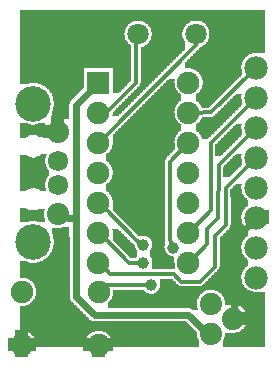
<source format=gbl>
G04 MADE WITH FRITZING*
G04 WWW.FRITZING.ORG*
G04 DOUBLE SIDED*
G04 HOLES PLATED*
G04 CONTOUR ON CENTER OF CONTOUR VECTOR*
%ASAXBY*%
%FSLAX23Y23*%
%MOIN*%
%OFA0B0*%
%SFA1.0B1.0*%
%ADD10C,0.075000*%
%ADD11C,0.039370*%
%ADD12C,0.073701*%
%ADD13C,0.067716*%
%ADD14C,0.118425*%
%ADD15C,0.074000*%
%ADD16C,0.078000*%
%ADD17C,0.070925*%
%ADD18C,0.070866*%
%ADD19R,0.075000X0.075000*%
%ADD20C,0.012000*%
%ADD21C,0.024000*%
%ADD22R,0.001000X0.001000*%
%LNCOPPER0*%
G90*
G70*
G54D10*
X744Y1105D03*
X462Y792D03*
X150Y247D03*
X301Y48D03*
X45Y48D03*
X301Y225D03*
X45Y225D03*
G54D11*
X450Y323D03*
X550Y373D03*
X475Y248D03*
G54D12*
X165Y760D03*
G54D13*
X165Y661D03*
X165Y582D03*
G54D12*
X165Y484D03*
G54D14*
X83Y852D03*
X83Y392D03*
G54D15*
X675Y86D03*
X750Y136D03*
X675Y186D03*
G54D11*
X450Y383D03*
G54D16*
X825Y273D03*
X825Y373D03*
X825Y473D03*
X825Y573D03*
X825Y673D03*
X825Y773D03*
X825Y873D03*
X825Y973D03*
G54D10*
X300Y923D03*
X600Y923D03*
X300Y823D03*
X600Y823D03*
X300Y723D03*
X600Y723D03*
X300Y623D03*
X600Y623D03*
X300Y523D03*
X600Y523D03*
X300Y423D03*
X600Y423D03*
X300Y323D03*
X600Y323D03*
G54D17*
X432Y1084D03*
G54D18*
X625Y1084D03*
G54D19*
X300Y923D03*
G54D20*
X401Y323D02*
X317Y407D01*
D02*
X437Y323D02*
X401Y323D01*
D02*
X538Y398D02*
X544Y385D01*
D02*
X538Y660D02*
X538Y398D01*
D02*
X584Y707D02*
X538Y660D01*
D02*
X462Y248D02*
X325Y248D01*
D02*
X325Y248D02*
X318Y241D01*
G54D21*
D02*
X200Y473D02*
X193Y475D01*
D02*
X651Y98D02*
X600Y148D01*
D02*
X600Y148D02*
X287Y148D01*
D02*
X651Y98D02*
X651Y98D01*
D02*
X225Y473D02*
X200Y473D01*
D02*
X225Y210D02*
X225Y473D01*
D02*
X287Y148D02*
X225Y210D01*
D02*
X225Y848D02*
X280Y903D01*
D02*
X225Y473D02*
X225Y848D01*
D02*
X751Y173D02*
X751Y163D01*
D02*
X751Y398D02*
X751Y173D01*
D02*
X804Y452D02*
X751Y398D01*
G54D20*
D02*
X663Y436D02*
X663Y386D01*
D02*
X663Y386D02*
X617Y339D01*
D02*
X700Y473D02*
X663Y436D01*
D02*
X701Y649D02*
X700Y473D01*
D02*
X808Y756D02*
X701Y649D01*
D02*
X688Y411D02*
X688Y310D01*
D02*
X688Y310D02*
X638Y260D01*
D02*
X338Y285D02*
X317Y307D01*
D02*
X551Y285D02*
X338Y285D01*
D02*
X575Y260D02*
X551Y285D01*
D02*
X638Y260D02*
X575Y260D01*
D02*
X725Y448D02*
X688Y411D01*
D02*
X725Y573D02*
X725Y448D01*
D02*
X808Y656D02*
X725Y573D01*
D02*
X425Y398D02*
X439Y390D01*
D02*
X317Y507D02*
X425Y398D01*
D02*
X675Y498D02*
X617Y439D01*
D02*
X675Y723D02*
X675Y498D01*
D02*
X808Y856D02*
X675Y723D01*
D02*
X675Y824D02*
X808Y956D01*
D02*
X623Y823D02*
X675Y824D01*
D02*
X425Y923D02*
X425Y1048D01*
D02*
X425Y1048D02*
X428Y1063D01*
D02*
X323Y823D02*
X326Y823D01*
D02*
X326Y823D02*
X425Y923D01*
D02*
X625Y1049D02*
X625Y1063D01*
D02*
X317Y739D02*
X625Y1049D01*
G36*
X40Y1165D02*
X40Y1131D01*
X626Y1131D01*
X626Y1129D01*
X638Y1129D01*
X638Y1127D01*
X644Y1127D01*
X644Y1125D01*
X648Y1125D01*
X648Y1123D01*
X650Y1123D01*
X650Y1121D01*
X654Y1121D01*
X654Y1119D01*
X656Y1119D01*
X656Y1117D01*
X658Y1117D01*
X658Y1115D01*
X660Y1115D01*
X660Y1113D01*
X662Y1113D01*
X662Y1109D01*
X664Y1109D01*
X664Y1107D01*
X666Y1107D01*
X666Y1103D01*
X668Y1103D01*
X668Y1097D01*
X670Y1097D01*
X670Y1073D01*
X668Y1073D01*
X668Y1067D01*
X666Y1067D01*
X666Y1063D01*
X664Y1063D01*
X664Y1059D01*
X662Y1059D01*
X662Y1057D01*
X660Y1057D01*
X660Y1055D01*
X658Y1055D01*
X658Y1053D01*
X656Y1053D01*
X656Y1051D01*
X654Y1051D01*
X654Y1049D01*
X652Y1049D01*
X652Y1047D01*
X648Y1047D01*
X648Y1045D01*
X646Y1045D01*
X646Y1043D01*
X640Y1043D01*
X640Y1041D01*
X638Y1041D01*
X638Y1039D01*
X636Y1039D01*
X636Y1035D01*
X634Y1035D01*
X634Y1033D01*
X632Y1033D01*
X632Y1031D01*
X630Y1031D01*
X630Y1029D01*
X628Y1029D01*
X628Y1027D01*
X626Y1027D01*
X626Y1025D01*
X624Y1025D01*
X624Y1023D01*
X830Y1023D01*
X830Y1021D01*
X856Y1021D01*
X856Y1165D01*
X40Y1165D01*
G37*
D02*
G36*
X40Y1131D02*
X40Y1129D01*
X444Y1129D01*
X444Y1127D01*
X450Y1127D01*
X450Y1125D01*
X454Y1125D01*
X454Y1123D01*
X458Y1123D01*
X458Y1121D01*
X460Y1121D01*
X460Y1119D01*
X462Y1119D01*
X462Y1117D01*
X464Y1117D01*
X464Y1115D01*
X466Y1115D01*
X466Y1113D01*
X468Y1113D01*
X468Y1111D01*
X470Y1111D01*
X470Y1107D01*
X472Y1107D01*
X472Y1105D01*
X474Y1105D01*
X474Y1099D01*
X476Y1099D01*
X476Y1091D01*
X478Y1091D01*
X478Y1077D01*
X476Y1077D01*
X476Y1069D01*
X474Y1069D01*
X474Y1065D01*
X472Y1065D01*
X472Y1061D01*
X470Y1061D01*
X470Y1059D01*
X468Y1059D01*
X468Y1055D01*
X466Y1055D01*
X466Y1053D01*
X464Y1053D01*
X464Y1051D01*
X462Y1051D01*
X462Y1049D01*
X458Y1049D01*
X458Y1047D01*
X456Y1047D01*
X456Y1045D01*
X452Y1045D01*
X452Y1043D01*
X448Y1043D01*
X448Y1041D01*
X442Y1041D01*
X442Y923D01*
X440Y923D01*
X440Y915D01*
X438Y915D01*
X438Y913D01*
X436Y913D01*
X436Y911D01*
X434Y911D01*
X434Y909D01*
X432Y909D01*
X432Y907D01*
X430Y907D01*
X430Y905D01*
X428Y905D01*
X428Y903D01*
X426Y903D01*
X426Y901D01*
X424Y901D01*
X424Y899D01*
X422Y899D01*
X422Y897D01*
X420Y897D01*
X420Y895D01*
X418Y895D01*
X418Y893D01*
X416Y893D01*
X416Y891D01*
X414Y891D01*
X414Y889D01*
X412Y889D01*
X412Y887D01*
X410Y887D01*
X410Y885D01*
X408Y885D01*
X408Y883D01*
X406Y883D01*
X406Y881D01*
X404Y881D01*
X404Y879D01*
X402Y879D01*
X402Y877D01*
X400Y877D01*
X400Y875D01*
X398Y875D01*
X398Y873D01*
X396Y873D01*
X396Y871D01*
X394Y871D01*
X394Y869D01*
X392Y869D01*
X392Y867D01*
X390Y867D01*
X390Y865D01*
X388Y865D01*
X388Y863D01*
X386Y863D01*
X386Y861D01*
X384Y861D01*
X384Y859D01*
X382Y859D01*
X382Y857D01*
X380Y857D01*
X380Y855D01*
X378Y855D01*
X378Y853D01*
X376Y853D01*
X376Y851D01*
X374Y851D01*
X374Y849D01*
X372Y849D01*
X372Y847D01*
X370Y847D01*
X370Y845D01*
X368Y845D01*
X368Y843D01*
X366Y843D01*
X366Y841D01*
X364Y841D01*
X364Y839D01*
X362Y839D01*
X362Y837D01*
X360Y837D01*
X360Y835D01*
X358Y835D01*
X358Y833D01*
X356Y833D01*
X356Y831D01*
X354Y831D01*
X354Y827D01*
X352Y827D01*
X352Y825D01*
X350Y825D01*
X350Y823D01*
X348Y823D01*
X348Y815D01*
X346Y815D01*
X346Y811D01*
X366Y811D01*
X366Y813D01*
X368Y813D01*
X368Y815D01*
X370Y815D01*
X370Y817D01*
X372Y817D01*
X372Y819D01*
X374Y819D01*
X374Y821D01*
X376Y821D01*
X376Y823D01*
X378Y823D01*
X378Y825D01*
X380Y825D01*
X380Y827D01*
X382Y827D01*
X382Y829D01*
X384Y829D01*
X384Y831D01*
X386Y831D01*
X386Y833D01*
X388Y833D01*
X388Y835D01*
X390Y835D01*
X390Y837D01*
X392Y837D01*
X392Y839D01*
X394Y839D01*
X394Y841D01*
X396Y841D01*
X396Y843D01*
X398Y843D01*
X398Y845D01*
X400Y845D01*
X400Y847D01*
X402Y847D01*
X402Y849D01*
X404Y849D01*
X404Y851D01*
X406Y851D01*
X406Y853D01*
X408Y853D01*
X408Y855D01*
X410Y855D01*
X410Y857D01*
X412Y857D01*
X412Y859D01*
X414Y859D01*
X414Y861D01*
X416Y861D01*
X416Y863D01*
X418Y863D01*
X418Y865D01*
X420Y865D01*
X420Y867D01*
X422Y867D01*
X422Y869D01*
X424Y869D01*
X424Y871D01*
X426Y871D01*
X426Y873D01*
X428Y873D01*
X428Y875D01*
X430Y875D01*
X430Y877D01*
X432Y877D01*
X432Y879D01*
X434Y879D01*
X434Y881D01*
X436Y881D01*
X436Y883D01*
X438Y883D01*
X438Y885D01*
X440Y885D01*
X440Y887D01*
X442Y887D01*
X442Y889D01*
X444Y889D01*
X444Y891D01*
X446Y891D01*
X446Y893D01*
X448Y893D01*
X448Y895D01*
X450Y895D01*
X450Y897D01*
X452Y897D01*
X452Y899D01*
X454Y899D01*
X454Y901D01*
X456Y901D01*
X456Y903D01*
X458Y903D01*
X458Y905D01*
X460Y905D01*
X460Y907D01*
X462Y907D01*
X462Y909D01*
X464Y909D01*
X464Y911D01*
X466Y911D01*
X466Y913D01*
X468Y913D01*
X468Y915D01*
X470Y915D01*
X470Y917D01*
X472Y917D01*
X472Y919D01*
X474Y919D01*
X474Y921D01*
X476Y921D01*
X476Y923D01*
X478Y923D01*
X478Y925D01*
X480Y925D01*
X480Y927D01*
X482Y927D01*
X482Y929D01*
X484Y929D01*
X484Y931D01*
X486Y931D01*
X486Y933D01*
X488Y933D01*
X488Y935D01*
X490Y935D01*
X490Y937D01*
X492Y937D01*
X492Y939D01*
X494Y939D01*
X494Y941D01*
X496Y941D01*
X496Y943D01*
X498Y943D01*
X498Y945D01*
X500Y945D01*
X500Y947D01*
X502Y947D01*
X502Y949D01*
X504Y949D01*
X504Y951D01*
X506Y951D01*
X506Y953D01*
X508Y953D01*
X508Y955D01*
X510Y955D01*
X510Y957D01*
X512Y957D01*
X512Y959D01*
X514Y959D01*
X514Y961D01*
X516Y961D01*
X516Y963D01*
X518Y963D01*
X518Y965D01*
X520Y965D01*
X520Y967D01*
X522Y967D01*
X522Y969D01*
X524Y969D01*
X524Y971D01*
X526Y971D01*
X526Y973D01*
X528Y973D01*
X528Y975D01*
X530Y975D01*
X530Y977D01*
X532Y977D01*
X532Y979D01*
X534Y979D01*
X534Y981D01*
X536Y981D01*
X536Y983D01*
X538Y983D01*
X538Y985D01*
X540Y985D01*
X540Y987D01*
X542Y987D01*
X542Y989D01*
X544Y989D01*
X544Y991D01*
X546Y991D01*
X546Y993D01*
X548Y993D01*
X548Y995D01*
X550Y995D01*
X550Y997D01*
X552Y997D01*
X552Y999D01*
X554Y999D01*
X554Y1001D01*
X556Y1001D01*
X556Y1003D01*
X558Y1003D01*
X558Y1005D01*
X560Y1005D01*
X560Y1007D01*
X562Y1007D01*
X562Y1009D01*
X564Y1009D01*
X564Y1011D01*
X566Y1011D01*
X566Y1013D01*
X568Y1013D01*
X568Y1015D01*
X570Y1015D01*
X570Y1017D01*
X572Y1017D01*
X572Y1019D01*
X574Y1019D01*
X574Y1021D01*
X576Y1021D01*
X576Y1023D01*
X578Y1023D01*
X578Y1025D01*
X580Y1025D01*
X580Y1027D01*
X582Y1027D01*
X582Y1029D01*
X584Y1029D01*
X584Y1031D01*
X586Y1031D01*
X586Y1033D01*
X588Y1033D01*
X588Y1035D01*
X590Y1035D01*
X590Y1057D01*
X588Y1057D01*
X588Y1061D01*
X586Y1061D01*
X586Y1065D01*
X584Y1065D01*
X584Y1069D01*
X582Y1069D01*
X582Y1075D01*
X580Y1075D01*
X580Y1093D01*
X582Y1093D01*
X582Y1101D01*
X584Y1101D01*
X584Y1105D01*
X586Y1105D01*
X586Y1109D01*
X588Y1109D01*
X588Y1111D01*
X590Y1111D01*
X590Y1113D01*
X592Y1113D01*
X592Y1117D01*
X594Y1117D01*
X594Y1119D01*
X598Y1119D01*
X598Y1121D01*
X600Y1121D01*
X600Y1123D01*
X604Y1123D01*
X604Y1125D01*
X606Y1125D01*
X606Y1127D01*
X612Y1127D01*
X612Y1129D01*
X624Y1129D01*
X624Y1131D01*
X40Y1131D01*
G37*
D02*
G36*
X40Y1129D02*
X40Y971D01*
X348Y971D01*
X348Y887D01*
X368Y887D01*
X368Y889D01*
X370Y889D01*
X370Y891D01*
X372Y891D01*
X372Y893D01*
X374Y893D01*
X374Y895D01*
X376Y895D01*
X376Y897D01*
X378Y897D01*
X378Y899D01*
X380Y899D01*
X380Y901D01*
X382Y901D01*
X382Y903D01*
X384Y903D01*
X384Y905D01*
X386Y905D01*
X386Y907D01*
X388Y907D01*
X388Y909D01*
X390Y909D01*
X390Y911D01*
X392Y911D01*
X392Y913D01*
X394Y913D01*
X394Y915D01*
X396Y915D01*
X396Y917D01*
X398Y917D01*
X398Y919D01*
X400Y919D01*
X400Y923D01*
X402Y923D01*
X402Y925D01*
X404Y925D01*
X404Y927D01*
X406Y927D01*
X406Y929D01*
X408Y929D01*
X408Y931D01*
X410Y931D01*
X410Y1045D01*
X408Y1045D01*
X408Y1047D01*
X406Y1047D01*
X406Y1049D01*
X404Y1049D01*
X404Y1051D01*
X400Y1051D01*
X400Y1053D01*
X398Y1053D01*
X398Y1057D01*
X396Y1057D01*
X396Y1059D01*
X394Y1059D01*
X394Y1063D01*
X392Y1063D01*
X392Y1065D01*
X390Y1065D01*
X390Y1071D01*
X388Y1071D01*
X388Y1081D01*
X386Y1081D01*
X386Y1087D01*
X388Y1087D01*
X388Y1097D01*
X390Y1097D01*
X390Y1103D01*
X392Y1103D01*
X392Y1107D01*
X394Y1107D01*
X394Y1111D01*
X396Y1111D01*
X396Y1113D01*
X398Y1113D01*
X398Y1115D01*
X400Y1115D01*
X400Y1117D01*
X402Y1117D01*
X402Y1119D01*
X404Y1119D01*
X404Y1121D01*
X406Y1121D01*
X406Y1123D01*
X410Y1123D01*
X410Y1125D01*
X414Y1125D01*
X414Y1127D01*
X420Y1127D01*
X420Y1129D01*
X40Y1129D01*
G37*
D02*
G36*
X622Y1023D02*
X622Y1021D01*
X620Y1021D01*
X620Y1019D01*
X618Y1019D01*
X618Y1017D01*
X616Y1017D01*
X616Y1015D01*
X614Y1015D01*
X614Y1013D01*
X612Y1013D01*
X612Y1011D01*
X610Y1011D01*
X610Y1009D01*
X608Y1009D01*
X608Y1007D01*
X606Y1007D01*
X606Y1005D01*
X604Y1005D01*
X604Y1003D01*
X602Y1003D01*
X602Y1001D01*
X600Y1001D01*
X600Y999D01*
X598Y999D01*
X598Y997D01*
X596Y997D01*
X596Y995D01*
X594Y995D01*
X594Y993D01*
X592Y993D01*
X592Y991D01*
X590Y991D01*
X590Y989D01*
X588Y989D01*
X588Y971D01*
X608Y971D01*
X608Y969D01*
X616Y969D01*
X616Y967D01*
X620Y967D01*
X620Y965D01*
X624Y965D01*
X624Y963D01*
X628Y963D01*
X628Y961D01*
X630Y961D01*
X630Y959D01*
X632Y959D01*
X632Y957D01*
X634Y957D01*
X634Y955D01*
X636Y955D01*
X636Y953D01*
X638Y953D01*
X638Y951D01*
X640Y951D01*
X640Y947D01*
X642Y947D01*
X642Y943D01*
X644Y943D01*
X644Y939D01*
X646Y939D01*
X646Y931D01*
X648Y931D01*
X648Y915D01*
X646Y915D01*
X646Y907D01*
X644Y907D01*
X644Y903D01*
X642Y903D01*
X642Y899D01*
X640Y899D01*
X640Y897D01*
X638Y897D01*
X638Y893D01*
X636Y893D01*
X636Y891D01*
X634Y891D01*
X634Y889D01*
X632Y889D01*
X632Y887D01*
X630Y887D01*
X630Y885D01*
X626Y885D01*
X626Y883D01*
X624Y883D01*
X624Y863D01*
X628Y863D01*
X628Y861D01*
X630Y861D01*
X630Y859D01*
X632Y859D01*
X632Y857D01*
X634Y857D01*
X634Y855D01*
X636Y855D01*
X636Y853D01*
X638Y853D01*
X638Y851D01*
X640Y851D01*
X640Y847D01*
X642Y847D01*
X642Y843D01*
X644Y843D01*
X644Y839D01*
X668Y839D01*
X668Y841D01*
X670Y841D01*
X670Y843D01*
X672Y843D01*
X672Y845D01*
X674Y845D01*
X674Y847D01*
X676Y847D01*
X676Y849D01*
X678Y849D01*
X678Y851D01*
X680Y851D01*
X680Y853D01*
X682Y853D01*
X682Y855D01*
X684Y855D01*
X684Y857D01*
X686Y857D01*
X686Y859D01*
X688Y859D01*
X688Y861D01*
X690Y861D01*
X690Y863D01*
X692Y863D01*
X692Y865D01*
X694Y865D01*
X694Y867D01*
X696Y867D01*
X696Y869D01*
X698Y869D01*
X698Y871D01*
X700Y871D01*
X700Y873D01*
X702Y873D01*
X702Y875D01*
X704Y875D01*
X704Y877D01*
X706Y877D01*
X706Y879D01*
X708Y879D01*
X708Y881D01*
X710Y881D01*
X710Y883D01*
X712Y883D01*
X712Y885D01*
X714Y885D01*
X714Y887D01*
X716Y887D01*
X716Y889D01*
X718Y889D01*
X718Y891D01*
X720Y891D01*
X720Y893D01*
X722Y893D01*
X722Y895D01*
X724Y895D01*
X724Y897D01*
X726Y897D01*
X726Y899D01*
X728Y899D01*
X728Y901D01*
X730Y901D01*
X730Y903D01*
X732Y903D01*
X732Y905D01*
X734Y905D01*
X734Y907D01*
X736Y907D01*
X736Y909D01*
X738Y909D01*
X738Y911D01*
X740Y911D01*
X740Y913D01*
X742Y913D01*
X742Y915D01*
X744Y915D01*
X744Y917D01*
X746Y917D01*
X746Y919D01*
X748Y919D01*
X748Y921D01*
X750Y921D01*
X750Y923D01*
X752Y923D01*
X752Y925D01*
X754Y925D01*
X754Y927D01*
X756Y927D01*
X756Y929D01*
X758Y929D01*
X758Y931D01*
X760Y931D01*
X760Y933D01*
X762Y933D01*
X762Y935D01*
X766Y935D01*
X766Y937D01*
X768Y937D01*
X768Y939D01*
X770Y939D01*
X770Y941D01*
X772Y941D01*
X772Y943D01*
X774Y943D01*
X774Y945D01*
X776Y945D01*
X776Y947D01*
X778Y947D01*
X778Y967D01*
X776Y967D01*
X776Y981D01*
X778Y981D01*
X778Y989D01*
X780Y989D01*
X780Y993D01*
X782Y993D01*
X782Y997D01*
X784Y997D01*
X784Y1001D01*
X786Y1001D01*
X786Y1003D01*
X788Y1003D01*
X788Y1005D01*
X790Y1005D01*
X790Y1009D01*
X794Y1009D01*
X794Y1011D01*
X796Y1011D01*
X796Y1013D01*
X798Y1013D01*
X798Y1015D01*
X802Y1015D01*
X802Y1017D01*
X806Y1017D01*
X806Y1019D01*
X812Y1019D01*
X812Y1021D01*
X820Y1021D01*
X820Y1023D01*
X622Y1023D01*
G37*
D02*
G36*
X40Y971D02*
X40Y921D01*
X98Y921D01*
X98Y919D01*
X106Y919D01*
X106Y917D01*
X110Y917D01*
X110Y915D01*
X114Y915D01*
X114Y913D01*
X118Y913D01*
X118Y911D01*
X122Y911D01*
X122Y909D01*
X124Y909D01*
X124Y907D01*
X126Y907D01*
X126Y905D01*
X128Y905D01*
X128Y903D01*
X132Y903D01*
X132Y901D01*
X134Y901D01*
X134Y897D01*
X136Y897D01*
X136Y895D01*
X138Y895D01*
X138Y893D01*
X140Y893D01*
X140Y889D01*
X142Y889D01*
X142Y887D01*
X144Y887D01*
X144Y883D01*
X146Y883D01*
X146Y877D01*
X148Y877D01*
X148Y873D01*
X150Y873D01*
X150Y863D01*
X152Y863D01*
X152Y843D01*
X150Y843D01*
X150Y833D01*
X148Y833D01*
X148Y827D01*
X146Y827D01*
X146Y823D01*
X144Y823D01*
X144Y807D01*
X174Y807D01*
X174Y805D01*
X182Y805D01*
X182Y803D01*
X202Y803D01*
X202Y851D01*
X204Y851D01*
X204Y857D01*
X206Y857D01*
X206Y861D01*
X208Y861D01*
X208Y863D01*
X210Y863D01*
X210Y865D01*
X212Y865D01*
X212Y867D01*
X214Y867D01*
X214Y869D01*
X216Y869D01*
X216Y871D01*
X218Y871D01*
X218Y873D01*
X220Y873D01*
X220Y875D01*
X222Y875D01*
X222Y877D01*
X224Y877D01*
X224Y879D01*
X226Y879D01*
X226Y881D01*
X228Y881D01*
X228Y883D01*
X230Y883D01*
X230Y885D01*
X232Y885D01*
X232Y887D01*
X234Y887D01*
X234Y889D01*
X236Y889D01*
X236Y891D01*
X238Y891D01*
X238Y893D01*
X240Y893D01*
X240Y895D01*
X242Y895D01*
X242Y897D01*
X244Y897D01*
X244Y899D01*
X246Y899D01*
X246Y901D01*
X248Y901D01*
X248Y903D01*
X250Y903D01*
X250Y905D01*
X252Y905D01*
X252Y971D01*
X40Y971D01*
G37*
D02*
G36*
X40Y921D02*
X40Y917D01*
X60Y917D01*
X60Y919D01*
X68Y919D01*
X68Y921D01*
X40Y921D01*
G37*
D02*
G36*
X534Y935D02*
X534Y933D01*
X532Y933D01*
X532Y931D01*
X530Y931D01*
X530Y929D01*
X528Y929D01*
X528Y927D01*
X526Y927D01*
X526Y925D01*
X524Y925D01*
X524Y923D01*
X522Y923D01*
X522Y921D01*
X520Y921D01*
X520Y919D01*
X518Y919D01*
X518Y917D01*
X516Y917D01*
X516Y915D01*
X514Y915D01*
X514Y913D01*
X512Y913D01*
X512Y911D01*
X510Y911D01*
X510Y909D01*
X508Y909D01*
X508Y907D01*
X506Y907D01*
X506Y905D01*
X504Y905D01*
X504Y903D01*
X502Y903D01*
X502Y901D01*
X500Y901D01*
X500Y899D01*
X498Y899D01*
X498Y897D01*
X496Y897D01*
X496Y895D01*
X494Y895D01*
X494Y893D01*
X492Y893D01*
X492Y891D01*
X490Y891D01*
X490Y889D01*
X488Y889D01*
X488Y887D01*
X486Y887D01*
X486Y885D01*
X484Y885D01*
X484Y883D01*
X482Y883D01*
X482Y881D01*
X480Y881D01*
X480Y879D01*
X478Y879D01*
X478Y877D01*
X476Y877D01*
X476Y875D01*
X474Y875D01*
X474Y873D01*
X472Y873D01*
X472Y871D01*
X470Y871D01*
X470Y869D01*
X468Y869D01*
X468Y867D01*
X466Y867D01*
X466Y865D01*
X464Y865D01*
X464Y863D01*
X462Y863D01*
X462Y861D01*
X460Y861D01*
X460Y859D01*
X458Y859D01*
X458Y857D01*
X456Y857D01*
X456Y855D01*
X454Y855D01*
X454Y853D01*
X452Y853D01*
X452Y851D01*
X450Y851D01*
X450Y849D01*
X448Y849D01*
X448Y847D01*
X446Y847D01*
X446Y845D01*
X444Y845D01*
X444Y843D01*
X442Y843D01*
X442Y841D01*
X440Y841D01*
X440Y839D01*
X438Y839D01*
X438Y837D01*
X436Y837D01*
X436Y835D01*
X434Y835D01*
X434Y833D01*
X432Y833D01*
X432Y831D01*
X430Y831D01*
X430Y829D01*
X428Y829D01*
X428Y827D01*
X426Y827D01*
X426Y825D01*
X424Y825D01*
X424Y823D01*
X422Y823D01*
X422Y821D01*
X420Y821D01*
X420Y819D01*
X418Y819D01*
X418Y817D01*
X416Y817D01*
X416Y815D01*
X414Y815D01*
X414Y813D01*
X412Y813D01*
X412Y811D01*
X410Y811D01*
X410Y809D01*
X408Y809D01*
X408Y807D01*
X406Y807D01*
X406Y805D01*
X404Y805D01*
X404Y803D01*
X402Y803D01*
X402Y801D01*
X400Y801D01*
X400Y799D01*
X398Y799D01*
X398Y797D01*
X396Y797D01*
X396Y795D01*
X394Y795D01*
X394Y793D01*
X392Y793D01*
X392Y791D01*
X390Y791D01*
X390Y789D01*
X388Y789D01*
X388Y787D01*
X386Y787D01*
X386Y785D01*
X384Y785D01*
X384Y783D01*
X382Y783D01*
X382Y781D01*
X380Y781D01*
X380Y779D01*
X378Y779D01*
X378Y777D01*
X376Y777D01*
X376Y775D01*
X374Y775D01*
X374Y773D01*
X372Y773D01*
X372Y771D01*
X370Y771D01*
X370Y769D01*
X368Y769D01*
X368Y767D01*
X366Y767D01*
X366Y765D01*
X364Y765D01*
X364Y763D01*
X362Y763D01*
X362Y761D01*
X360Y761D01*
X360Y759D01*
X358Y759D01*
X358Y757D01*
X356Y757D01*
X356Y755D01*
X354Y755D01*
X354Y753D01*
X352Y753D01*
X352Y751D01*
X350Y751D01*
X350Y749D01*
X348Y749D01*
X348Y715D01*
X346Y715D01*
X346Y707D01*
X344Y707D01*
X344Y703D01*
X342Y703D01*
X342Y699D01*
X340Y699D01*
X340Y697D01*
X338Y697D01*
X338Y693D01*
X336Y693D01*
X336Y691D01*
X334Y691D01*
X334Y689D01*
X332Y689D01*
X332Y687D01*
X330Y687D01*
X330Y685D01*
X326Y685D01*
X326Y683D01*
X324Y683D01*
X324Y663D01*
X328Y663D01*
X328Y661D01*
X330Y661D01*
X330Y659D01*
X332Y659D01*
X332Y657D01*
X334Y657D01*
X334Y655D01*
X336Y655D01*
X336Y653D01*
X338Y653D01*
X338Y651D01*
X340Y651D01*
X340Y647D01*
X342Y647D01*
X342Y643D01*
X344Y643D01*
X344Y639D01*
X346Y639D01*
X346Y631D01*
X348Y631D01*
X348Y615D01*
X346Y615D01*
X346Y607D01*
X344Y607D01*
X344Y603D01*
X342Y603D01*
X342Y599D01*
X340Y599D01*
X340Y597D01*
X338Y597D01*
X338Y593D01*
X336Y593D01*
X336Y591D01*
X334Y591D01*
X334Y589D01*
X332Y589D01*
X332Y587D01*
X330Y587D01*
X330Y585D01*
X326Y585D01*
X326Y583D01*
X324Y583D01*
X324Y563D01*
X328Y563D01*
X328Y561D01*
X330Y561D01*
X330Y559D01*
X332Y559D01*
X332Y557D01*
X334Y557D01*
X334Y555D01*
X336Y555D01*
X336Y553D01*
X338Y553D01*
X338Y551D01*
X340Y551D01*
X340Y547D01*
X342Y547D01*
X342Y543D01*
X344Y543D01*
X344Y539D01*
X346Y539D01*
X346Y531D01*
X348Y531D01*
X348Y497D01*
X350Y497D01*
X350Y495D01*
X352Y495D01*
X352Y493D01*
X354Y493D01*
X354Y491D01*
X356Y491D01*
X356Y489D01*
X358Y489D01*
X358Y487D01*
X360Y487D01*
X360Y485D01*
X362Y485D01*
X362Y483D01*
X364Y483D01*
X364Y481D01*
X366Y481D01*
X366Y479D01*
X368Y479D01*
X368Y477D01*
X370Y477D01*
X370Y475D01*
X372Y475D01*
X372Y473D01*
X374Y473D01*
X374Y471D01*
X376Y471D01*
X376Y469D01*
X378Y469D01*
X378Y467D01*
X380Y467D01*
X380Y465D01*
X382Y465D01*
X382Y463D01*
X384Y463D01*
X384Y461D01*
X386Y461D01*
X386Y459D01*
X388Y459D01*
X388Y457D01*
X390Y457D01*
X390Y455D01*
X392Y455D01*
X392Y453D01*
X394Y453D01*
X394Y451D01*
X396Y451D01*
X396Y449D01*
X398Y449D01*
X398Y447D01*
X400Y447D01*
X400Y445D01*
X402Y445D01*
X402Y443D01*
X404Y443D01*
X404Y441D01*
X406Y441D01*
X406Y439D01*
X408Y439D01*
X408Y437D01*
X410Y437D01*
X410Y435D01*
X412Y435D01*
X412Y433D01*
X414Y433D01*
X414Y431D01*
X416Y431D01*
X416Y429D01*
X418Y429D01*
X418Y427D01*
X420Y427D01*
X420Y425D01*
X422Y425D01*
X422Y423D01*
X424Y423D01*
X424Y421D01*
X426Y421D01*
X426Y419D01*
X428Y419D01*
X428Y417D01*
X430Y417D01*
X430Y415D01*
X432Y415D01*
X432Y413D01*
X456Y413D01*
X456Y411D01*
X462Y411D01*
X462Y409D01*
X466Y409D01*
X466Y407D01*
X470Y407D01*
X470Y405D01*
X472Y405D01*
X472Y403D01*
X474Y403D01*
X474Y399D01*
X476Y399D01*
X476Y395D01*
X478Y395D01*
X478Y391D01*
X480Y391D01*
X480Y377D01*
X478Y377D01*
X478Y371D01*
X476Y371D01*
X476Y367D01*
X474Y367D01*
X474Y365D01*
X472Y365D01*
X472Y343D01*
X474Y343D01*
X474Y339D01*
X476Y339D01*
X476Y337D01*
X478Y337D01*
X478Y331D01*
X480Y331D01*
X480Y301D01*
X554Y301D01*
X554Y321D01*
X552Y321D01*
X552Y343D01*
X548Y343D01*
X548Y345D01*
X538Y345D01*
X538Y347D01*
X536Y347D01*
X536Y349D01*
X532Y349D01*
X532Y351D01*
X530Y351D01*
X530Y353D01*
X528Y353D01*
X528Y355D01*
X526Y355D01*
X526Y359D01*
X524Y359D01*
X524Y361D01*
X522Y361D01*
X522Y371D01*
X520Y371D01*
X520Y377D01*
X522Y377D01*
X522Y665D01*
X524Y665D01*
X524Y669D01*
X526Y669D01*
X526Y673D01*
X528Y673D01*
X528Y675D01*
X530Y675D01*
X530Y677D01*
X532Y677D01*
X532Y679D01*
X534Y679D01*
X534Y681D01*
X536Y681D01*
X536Y683D01*
X538Y683D01*
X538Y685D01*
X540Y685D01*
X540Y687D01*
X542Y687D01*
X542Y689D01*
X544Y689D01*
X544Y691D01*
X546Y691D01*
X546Y693D01*
X548Y693D01*
X548Y695D01*
X550Y695D01*
X550Y697D01*
X552Y697D01*
X552Y699D01*
X554Y699D01*
X554Y721D01*
X552Y721D01*
X552Y727D01*
X554Y727D01*
X554Y737D01*
X556Y737D01*
X556Y743D01*
X558Y743D01*
X558Y747D01*
X560Y747D01*
X560Y749D01*
X562Y749D01*
X562Y753D01*
X564Y753D01*
X564Y755D01*
X566Y755D01*
X566Y757D01*
X568Y757D01*
X568Y759D01*
X570Y759D01*
X570Y761D01*
X574Y761D01*
X574Y763D01*
X576Y763D01*
X576Y783D01*
X574Y783D01*
X574Y785D01*
X572Y785D01*
X572Y787D01*
X568Y787D01*
X568Y789D01*
X566Y789D01*
X566Y791D01*
X564Y791D01*
X564Y795D01*
X562Y795D01*
X562Y797D01*
X560Y797D01*
X560Y801D01*
X558Y801D01*
X558Y805D01*
X556Y805D01*
X556Y811D01*
X554Y811D01*
X554Y821D01*
X552Y821D01*
X552Y827D01*
X554Y827D01*
X554Y837D01*
X556Y837D01*
X556Y843D01*
X558Y843D01*
X558Y847D01*
X560Y847D01*
X560Y849D01*
X562Y849D01*
X562Y853D01*
X564Y853D01*
X564Y855D01*
X566Y855D01*
X566Y857D01*
X568Y857D01*
X568Y859D01*
X570Y859D01*
X570Y861D01*
X574Y861D01*
X574Y863D01*
X576Y863D01*
X576Y883D01*
X574Y883D01*
X574Y885D01*
X572Y885D01*
X572Y887D01*
X568Y887D01*
X568Y889D01*
X566Y889D01*
X566Y891D01*
X564Y891D01*
X564Y895D01*
X562Y895D01*
X562Y897D01*
X560Y897D01*
X560Y901D01*
X558Y901D01*
X558Y905D01*
X556Y905D01*
X556Y911D01*
X554Y911D01*
X554Y921D01*
X552Y921D01*
X552Y927D01*
X554Y927D01*
X554Y935D01*
X534Y935D01*
G37*
D02*
G36*
X758Y885D02*
X758Y883D01*
X756Y883D01*
X756Y881D01*
X754Y881D01*
X754Y879D01*
X752Y879D01*
X752Y877D01*
X750Y877D01*
X750Y875D01*
X748Y875D01*
X748Y873D01*
X746Y873D01*
X746Y871D01*
X744Y871D01*
X744Y869D01*
X742Y869D01*
X742Y867D01*
X740Y867D01*
X740Y865D01*
X738Y865D01*
X738Y863D01*
X736Y863D01*
X736Y861D01*
X734Y861D01*
X734Y859D01*
X732Y859D01*
X732Y857D01*
X730Y857D01*
X730Y855D01*
X728Y855D01*
X728Y853D01*
X726Y853D01*
X726Y851D01*
X724Y851D01*
X724Y849D01*
X722Y849D01*
X722Y847D01*
X720Y847D01*
X720Y845D01*
X718Y845D01*
X718Y843D01*
X716Y843D01*
X716Y841D01*
X714Y841D01*
X714Y839D01*
X712Y839D01*
X712Y837D01*
X710Y837D01*
X710Y835D01*
X708Y835D01*
X708Y833D01*
X706Y833D01*
X706Y831D01*
X704Y831D01*
X704Y829D01*
X702Y829D01*
X702Y827D01*
X700Y827D01*
X700Y825D01*
X698Y825D01*
X698Y823D01*
X696Y823D01*
X696Y821D01*
X694Y821D01*
X694Y819D01*
X692Y819D01*
X692Y817D01*
X690Y817D01*
X690Y815D01*
X688Y815D01*
X688Y813D01*
X686Y813D01*
X686Y811D01*
X682Y811D01*
X682Y809D01*
X676Y809D01*
X676Y807D01*
X644Y807D01*
X644Y803D01*
X642Y803D01*
X642Y799D01*
X640Y799D01*
X640Y797D01*
X638Y797D01*
X638Y793D01*
X636Y793D01*
X636Y791D01*
X634Y791D01*
X634Y789D01*
X632Y789D01*
X632Y787D01*
X630Y787D01*
X630Y785D01*
X626Y785D01*
X626Y783D01*
X624Y783D01*
X624Y763D01*
X628Y763D01*
X628Y761D01*
X630Y761D01*
X630Y759D01*
X632Y759D01*
X632Y757D01*
X634Y757D01*
X634Y755D01*
X636Y755D01*
X636Y753D01*
X638Y753D01*
X638Y751D01*
X640Y751D01*
X640Y747D01*
X642Y747D01*
X642Y743D01*
X644Y743D01*
X644Y739D01*
X646Y739D01*
X646Y735D01*
X666Y735D01*
X666Y737D01*
X668Y737D01*
X668Y739D01*
X670Y739D01*
X670Y741D01*
X672Y741D01*
X672Y743D01*
X674Y743D01*
X674Y745D01*
X676Y745D01*
X676Y747D01*
X678Y747D01*
X678Y749D01*
X680Y749D01*
X680Y751D01*
X682Y751D01*
X682Y753D01*
X684Y753D01*
X684Y755D01*
X686Y755D01*
X686Y757D01*
X688Y757D01*
X688Y759D01*
X690Y759D01*
X690Y761D01*
X692Y761D01*
X692Y763D01*
X694Y763D01*
X694Y765D01*
X696Y765D01*
X696Y767D01*
X698Y767D01*
X698Y769D01*
X700Y769D01*
X700Y771D01*
X702Y771D01*
X702Y773D01*
X704Y773D01*
X704Y775D01*
X706Y775D01*
X706Y777D01*
X708Y777D01*
X708Y779D01*
X710Y779D01*
X710Y781D01*
X712Y781D01*
X712Y783D01*
X714Y783D01*
X714Y785D01*
X716Y785D01*
X716Y787D01*
X718Y787D01*
X718Y789D01*
X720Y789D01*
X720Y791D01*
X722Y791D01*
X722Y793D01*
X724Y793D01*
X724Y795D01*
X726Y795D01*
X726Y797D01*
X728Y797D01*
X728Y799D01*
X730Y799D01*
X730Y801D01*
X732Y801D01*
X732Y803D01*
X734Y803D01*
X734Y805D01*
X736Y805D01*
X736Y807D01*
X738Y807D01*
X738Y809D01*
X740Y809D01*
X740Y811D01*
X742Y811D01*
X742Y813D01*
X744Y813D01*
X744Y815D01*
X746Y815D01*
X746Y817D01*
X748Y817D01*
X748Y819D01*
X750Y819D01*
X750Y821D01*
X752Y821D01*
X752Y823D01*
X754Y823D01*
X754Y825D01*
X756Y825D01*
X756Y827D01*
X758Y827D01*
X758Y829D01*
X760Y829D01*
X760Y831D01*
X762Y831D01*
X762Y833D01*
X764Y833D01*
X764Y835D01*
X766Y835D01*
X766Y837D01*
X768Y837D01*
X768Y839D01*
X770Y839D01*
X770Y841D01*
X772Y841D01*
X772Y843D01*
X774Y843D01*
X774Y845D01*
X776Y845D01*
X776Y847D01*
X778Y847D01*
X778Y867D01*
X776Y867D01*
X776Y881D01*
X778Y881D01*
X778Y885D01*
X758Y885D01*
G37*
D02*
G36*
X40Y787D02*
X40Y783D01*
X74Y783D01*
X74Y785D01*
X64Y785D01*
X64Y787D01*
X40Y787D01*
G37*
D02*
G36*
X100Y787D02*
X100Y785D01*
X90Y785D01*
X90Y783D01*
X122Y783D01*
X122Y787D01*
X100Y787D01*
G37*
D02*
G36*
X40Y783D02*
X40Y781D01*
X122Y781D01*
X122Y783D01*
X40Y783D01*
G37*
D02*
G36*
X40Y783D02*
X40Y781D01*
X122Y781D01*
X122Y783D01*
X40Y783D01*
G37*
D02*
G36*
X40Y781D02*
X40Y749D01*
X86Y749D01*
X86Y747D01*
X94Y747D01*
X94Y745D01*
X100Y745D01*
X100Y743D01*
X122Y743D01*
X122Y745D01*
X120Y745D01*
X120Y753D01*
X118Y753D01*
X118Y767D01*
X120Y767D01*
X120Y775D01*
X122Y775D01*
X122Y781D01*
X40Y781D01*
G37*
D02*
G36*
X40Y749D02*
X40Y739D01*
X60Y739D01*
X60Y741D01*
X62Y741D01*
X62Y743D01*
X66Y743D01*
X66Y745D01*
X70Y745D01*
X70Y747D01*
X80Y747D01*
X80Y749D01*
X40Y749D01*
G37*
D02*
G36*
X758Y785D02*
X758Y783D01*
X756Y783D01*
X756Y781D01*
X754Y781D01*
X754Y779D01*
X752Y779D01*
X752Y777D01*
X750Y777D01*
X750Y775D01*
X748Y775D01*
X748Y773D01*
X746Y773D01*
X746Y771D01*
X744Y771D01*
X744Y769D01*
X742Y769D01*
X742Y767D01*
X740Y767D01*
X740Y765D01*
X738Y765D01*
X738Y763D01*
X736Y763D01*
X736Y761D01*
X734Y761D01*
X734Y759D01*
X732Y759D01*
X732Y757D01*
X730Y757D01*
X730Y755D01*
X728Y755D01*
X728Y753D01*
X726Y753D01*
X726Y751D01*
X724Y751D01*
X724Y749D01*
X722Y749D01*
X722Y747D01*
X720Y747D01*
X720Y745D01*
X718Y745D01*
X718Y743D01*
X716Y743D01*
X716Y741D01*
X714Y741D01*
X714Y739D01*
X712Y739D01*
X712Y737D01*
X710Y737D01*
X710Y735D01*
X708Y735D01*
X708Y733D01*
X706Y733D01*
X706Y731D01*
X704Y731D01*
X704Y729D01*
X702Y729D01*
X702Y727D01*
X700Y727D01*
X700Y725D01*
X698Y725D01*
X698Y723D01*
X696Y723D01*
X696Y721D01*
X694Y721D01*
X694Y719D01*
X692Y719D01*
X692Y717D01*
X690Y717D01*
X690Y679D01*
X710Y679D01*
X710Y681D01*
X712Y681D01*
X712Y683D01*
X714Y683D01*
X714Y685D01*
X716Y685D01*
X716Y687D01*
X718Y687D01*
X718Y689D01*
X720Y689D01*
X720Y691D01*
X722Y691D01*
X722Y693D01*
X724Y693D01*
X724Y695D01*
X726Y695D01*
X726Y697D01*
X728Y697D01*
X728Y699D01*
X730Y699D01*
X730Y701D01*
X732Y701D01*
X732Y703D01*
X734Y703D01*
X734Y705D01*
X736Y705D01*
X736Y707D01*
X738Y707D01*
X738Y709D01*
X740Y709D01*
X740Y711D01*
X742Y711D01*
X742Y713D01*
X744Y713D01*
X744Y715D01*
X746Y715D01*
X746Y717D01*
X748Y717D01*
X748Y719D01*
X750Y719D01*
X750Y721D01*
X752Y721D01*
X752Y723D01*
X754Y723D01*
X754Y725D01*
X756Y725D01*
X756Y727D01*
X758Y727D01*
X758Y729D01*
X760Y729D01*
X760Y731D01*
X762Y731D01*
X762Y733D01*
X764Y733D01*
X764Y735D01*
X766Y735D01*
X766Y737D01*
X768Y737D01*
X768Y739D01*
X770Y739D01*
X770Y741D01*
X772Y741D01*
X772Y743D01*
X774Y743D01*
X774Y745D01*
X776Y745D01*
X776Y747D01*
X778Y747D01*
X778Y767D01*
X776Y767D01*
X776Y781D01*
X778Y781D01*
X778Y785D01*
X758Y785D01*
G37*
D02*
G36*
X758Y685D02*
X758Y683D01*
X756Y683D01*
X756Y681D01*
X754Y681D01*
X754Y679D01*
X752Y679D01*
X752Y677D01*
X750Y677D01*
X750Y675D01*
X748Y675D01*
X748Y673D01*
X746Y673D01*
X746Y671D01*
X744Y671D01*
X744Y669D01*
X742Y669D01*
X742Y667D01*
X740Y667D01*
X740Y665D01*
X738Y665D01*
X738Y663D01*
X736Y663D01*
X736Y661D01*
X734Y661D01*
X734Y659D01*
X732Y659D01*
X732Y657D01*
X730Y657D01*
X730Y655D01*
X728Y655D01*
X728Y653D01*
X726Y653D01*
X726Y651D01*
X724Y651D01*
X724Y649D01*
X722Y649D01*
X722Y647D01*
X720Y647D01*
X720Y645D01*
X718Y645D01*
X718Y643D01*
X716Y643D01*
X716Y607D01*
X736Y607D01*
X736Y609D01*
X738Y609D01*
X738Y611D01*
X740Y611D01*
X740Y613D01*
X742Y613D01*
X742Y615D01*
X744Y615D01*
X744Y617D01*
X746Y617D01*
X746Y619D01*
X748Y619D01*
X748Y621D01*
X750Y621D01*
X750Y623D01*
X752Y623D01*
X752Y625D01*
X754Y625D01*
X754Y627D01*
X756Y627D01*
X756Y629D01*
X758Y629D01*
X758Y631D01*
X760Y631D01*
X760Y633D01*
X762Y633D01*
X762Y635D01*
X766Y635D01*
X766Y637D01*
X768Y637D01*
X768Y639D01*
X770Y639D01*
X770Y641D01*
X772Y641D01*
X772Y643D01*
X774Y643D01*
X774Y645D01*
X776Y645D01*
X776Y647D01*
X778Y647D01*
X778Y667D01*
X776Y667D01*
X776Y681D01*
X778Y681D01*
X778Y685D01*
X758Y685D01*
G37*
D02*
G36*
X108Y685D02*
X108Y683D01*
X106Y683D01*
X106Y681D01*
X104Y681D01*
X104Y679D01*
X100Y679D01*
X100Y677D01*
X96Y677D01*
X96Y675D01*
X88Y675D01*
X88Y673D01*
X124Y673D01*
X124Y679D01*
X126Y679D01*
X126Y683D01*
X128Y683D01*
X128Y685D01*
X108Y685D01*
G37*
D02*
G36*
X40Y681D02*
X40Y673D01*
X78Y673D01*
X78Y675D01*
X70Y675D01*
X70Y677D01*
X66Y677D01*
X66Y679D01*
X62Y679D01*
X62Y681D01*
X40Y681D01*
G37*
D02*
G36*
X40Y673D02*
X40Y671D01*
X122Y671D01*
X122Y673D01*
X40Y673D01*
G37*
D02*
G36*
X40Y673D02*
X40Y671D01*
X122Y671D01*
X122Y673D01*
X40Y673D01*
G37*
D02*
G36*
X40Y671D02*
X40Y571D01*
X92Y571D01*
X92Y569D01*
X98Y569D01*
X98Y567D01*
X102Y567D01*
X102Y565D01*
X104Y565D01*
X104Y563D01*
X106Y563D01*
X106Y561D01*
X126Y561D01*
X126Y565D01*
X124Y565D01*
X124Y571D01*
X122Y571D01*
X122Y593D01*
X124Y593D01*
X124Y599D01*
X126Y599D01*
X126Y603D01*
X128Y603D01*
X128Y607D01*
X130Y607D01*
X130Y609D01*
X132Y609D01*
X132Y611D01*
X134Y611D01*
X134Y633D01*
X132Y633D01*
X132Y635D01*
X130Y635D01*
X130Y637D01*
X128Y637D01*
X128Y641D01*
X126Y641D01*
X126Y645D01*
X124Y645D01*
X124Y651D01*
X122Y651D01*
X122Y671D01*
X40Y671D01*
G37*
D02*
G36*
X40Y571D02*
X40Y563D01*
X60Y563D01*
X60Y565D01*
X64Y565D01*
X64Y567D01*
X68Y567D01*
X68Y569D01*
X74Y569D01*
X74Y571D01*
X40Y571D01*
G37*
D02*
G36*
X40Y505D02*
X40Y503D01*
X60Y503D01*
X60Y505D01*
X40Y505D01*
G37*
D02*
G36*
X40Y503D02*
X40Y497D01*
X72Y497D01*
X72Y499D01*
X66Y499D01*
X66Y501D01*
X62Y501D01*
X62Y503D01*
X40Y503D01*
G37*
D02*
G36*
X102Y503D02*
X102Y501D01*
X98Y501D01*
X98Y499D01*
X92Y499D01*
X92Y497D01*
X120Y497D01*
X120Y499D01*
X122Y499D01*
X122Y503D01*
X102Y503D01*
G37*
D02*
G36*
X40Y497D02*
X40Y495D01*
X120Y495D01*
X120Y497D01*
X40Y497D01*
G37*
D02*
G36*
X40Y497D02*
X40Y495D01*
X120Y495D01*
X120Y497D01*
X40Y497D01*
G37*
D02*
G36*
X40Y495D02*
X40Y461D01*
X96Y461D01*
X96Y459D01*
X122Y459D01*
X122Y471D01*
X120Y471D01*
X120Y479D01*
X118Y479D01*
X118Y491D01*
X120Y491D01*
X120Y495D01*
X40Y495D01*
G37*
D02*
G36*
X40Y461D02*
X40Y457D01*
X62Y457D01*
X62Y459D01*
X70Y459D01*
X70Y461D01*
X40Y461D01*
G37*
D02*
G36*
X346Y435D02*
X346Y431D01*
X348Y431D01*
X348Y397D01*
X350Y397D01*
X350Y395D01*
X352Y395D01*
X352Y393D01*
X354Y393D01*
X354Y391D01*
X356Y391D01*
X356Y389D01*
X358Y389D01*
X358Y387D01*
X360Y387D01*
X360Y385D01*
X362Y385D01*
X362Y383D01*
X364Y383D01*
X364Y381D01*
X366Y381D01*
X366Y379D01*
X368Y379D01*
X368Y377D01*
X370Y377D01*
X370Y375D01*
X372Y375D01*
X372Y373D01*
X374Y373D01*
X374Y371D01*
X376Y371D01*
X376Y369D01*
X378Y369D01*
X378Y367D01*
X380Y367D01*
X380Y365D01*
X382Y365D01*
X382Y363D01*
X384Y363D01*
X384Y361D01*
X386Y361D01*
X386Y359D01*
X388Y359D01*
X388Y357D01*
X390Y357D01*
X390Y355D01*
X392Y355D01*
X392Y353D01*
X394Y353D01*
X394Y351D01*
X396Y351D01*
X396Y349D01*
X398Y349D01*
X398Y347D01*
X400Y347D01*
X400Y345D01*
X402Y345D01*
X402Y343D01*
X404Y343D01*
X404Y341D01*
X406Y341D01*
X406Y339D01*
X426Y339D01*
X426Y341D01*
X428Y341D01*
X428Y343D01*
X430Y343D01*
X430Y363D01*
X428Y363D01*
X428Y365D01*
X426Y365D01*
X426Y369D01*
X424Y369D01*
X424Y371D01*
X422Y371D01*
X422Y381D01*
X420Y381D01*
X420Y383D01*
X418Y383D01*
X418Y385D01*
X414Y385D01*
X414Y387D01*
X412Y387D01*
X412Y389D01*
X410Y389D01*
X410Y391D01*
X408Y391D01*
X408Y393D01*
X406Y393D01*
X406Y395D01*
X404Y395D01*
X404Y397D01*
X402Y397D01*
X402Y399D01*
X400Y399D01*
X400Y401D01*
X398Y401D01*
X398Y403D01*
X396Y403D01*
X396Y405D01*
X394Y405D01*
X394Y407D01*
X392Y407D01*
X392Y409D01*
X390Y409D01*
X390Y411D01*
X388Y411D01*
X388Y413D01*
X386Y413D01*
X386Y415D01*
X384Y415D01*
X384Y417D01*
X382Y417D01*
X382Y419D01*
X380Y419D01*
X380Y421D01*
X378Y421D01*
X378Y423D01*
X376Y423D01*
X376Y425D01*
X374Y425D01*
X374Y427D01*
X372Y427D01*
X372Y429D01*
X370Y429D01*
X370Y431D01*
X368Y431D01*
X368Y433D01*
X366Y433D01*
X366Y435D01*
X346Y435D01*
G37*
D02*
G36*
X178Y441D02*
X178Y439D01*
X170Y439D01*
X170Y437D01*
X144Y437D01*
X144Y421D01*
X146Y421D01*
X146Y417D01*
X148Y417D01*
X148Y411D01*
X150Y411D01*
X150Y401D01*
X152Y401D01*
X152Y383D01*
X150Y383D01*
X150Y373D01*
X148Y373D01*
X148Y367D01*
X146Y367D01*
X146Y363D01*
X144Y363D01*
X144Y359D01*
X142Y359D01*
X142Y355D01*
X140Y355D01*
X140Y353D01*
X138Y353D01*
X138Y349D01*
X136Y349D01*
X136Y347D01*
X134Y347D01*
X134Y345D01*
X132Y345D01*
X132Y343D01*
X130Y343D01*
X130Y341D01*
X128Y341D01*
X128Y339D01*
X126Y339D01*
X126Y337D01*
X124Y337D01*
X124Y335D01*
X120Y335D01*
X120Y333D01*
X116Y333D01*
X116Y331D01*
X114Y331D01*
X114Y329D01*
X108Y329D01*
X108Y327D01*
X104Y327D01*
X104Y325D01*
X94Y325D01*
X94Y323D01*
X204Y323D01*
X204Y407D01*
X202Y407D01*
X202Y441D01*
X178Y441D01*
G37*
D02*
G36*
X40Y327D02*
X40Y323D01*
X70Y323D01*
X70Y325D01*
X62Y325D01*
X62Y327D01*
X40Y327D01*
G37*
D02*
G36*
X40Y323D02*
X40Y321D01*
X204Y321D01*
X204Y323D01*
X40Y323D01*
G37*
D02*
G36*
X40Y323D02*
X40Y321D01*
X204Y321D01*
X204Y323D01*
X40Y323D01*
G37*
D02*
G36*
X40Y321D02*
X40Y273D01*
X54Y273D01*
X54Y271D01*
X62Y271D01*
X62Y269D01*
X66Y269D01*
X66Y267D01*
X70Y267D01*
X70Y265D01*
X72Y265D01*
X72Y263D01*
X76Y263D01*
X76Y261D01*
X78Y261D01*
X78Y259D01*
X80Y259D01*
X80Y257D01*
X82Y257D01*
X82Y255D01*
X84Y255D01*
X84Y251D01*
X86Y251D01*
X86Y247D01*
X88Y247D01*
X88Y245D01*
X90Y245D01*
X90Y237D01*
X92Y237D01*
X92Y213D01*
X90Y213D01*
X90Y207D01*
X88Y207D01*
X88Y203D01*
X86Y203D01*
X86Y199D01*
X84Y199D01*
X84Y197D01*
X82Y197D01*
X82Y195D01*
X80Y195D01*
X80Y193D01*
X78Y193D01*
X78Y191D01*
X76Y191D01*
X76Y189D01*
X74Y189D01*
X74Y187D01*
X72Y187D01*
X72Y185D01*
X68Y185D01*
X68Y183D01*
X64Y183D01*
X64Y181D01*
X58Y181D01*
X58Y179D01*
X40Y179D01*
X40Y95D01*
X314Y95D01*
X314Y93D01*
X320Y93D01*
X320Y91D01*
X324Y91D01*
X324Y89D01*
X328Y89D01*
X328Y87D01*
X330Y87D01*
X330Y85D01*
X332Y85D01*
X332Y83D01*
X334Y83D01*
X334Y81D01*
X336Y81D01*
X336Y79D01*
X338Y79D01*
X338Y77D01*
X340Y77D01*
X340Y75D01*
X342Y75D01*
X342Y71D01*
X344Y71D01*
X344Y67D01*
X346Y67D01*
X346Y61D01*
X348Y61D01*
X348Y41D01*
X636Y41D01*
X636Y63D01*
X634Y63D01*
X634Y65D01*
X632Y65D01*
X632Y71D01*
X630Y71D01*
X630Y79D01*
X628Y79D01*
X628Y91D01*
X626Y91D01*
X626Y93D01*
X624Y93D01*
X624Y95D01*
X622Y95D01*
X622Y97D01*
X620Y97D01*
X620Y99D01*
X618Y99D01*
X618Y101D01*
X616Y101D01*
X616Y103D01*
X614Y103D01*
X614Y105D01*
X612Y105D01*
X612Y107D01*
X610Y107D01*
X610Y109D01*
X608Y109D01*
X608Y111D01*
X606Y111D01*
X606Y113D01*
X604Y113D01*
X604Y115D01*
X602Y115D01*
X602Y117D01*
X600Y117D01*
X600Y119D01*
X598Y119D01*
X598Y121D01*
X596Y121D01*
X596Y123D01*
X594Y123D01*
X594Y125D01*
X592Y125D01*
X592Y127D01*
X278Y127D01*
X278Y129D01*
X274Y129D01*
X274Y131D01*
X272Y131D01*
X272Y133D01*
X270Y133D01*
X270Y135D01*
X268Y135D01*
X268Y137D01*
X266Y137D01*
X266Y139D01*
X264Y139D01*
X264Y141D01*
X262Y141D01*
X262Y143D01*
X260Y143D01*
X260Y145D01*
X258Y145D01*
X258Y147D01*
X256Y147D01*
X256Y149D01*
X254Y149D01*
X254Y151D01*
X252Y151D01*
X252Y153D01*
X250Y153D01*
X250Y155D01*
X248Y155D01*
X248Y157D01*
X246Y157D01*
X246Y159D01*
X244Y159D01*
X244Y161D01*
X242Y161D01*
X242Y163D01*
X240Y163D01*
X240Y165D01*
X238Y165D01*
X238Y167D01*
X236Y167D01*
X236Y169D01*
X234Y169D01*
X234Y171D01*
X232Y171D01*
X232Y173D01*
X230Y173D01*
X230Y175D01*
X228Y175D01*
X228Y177D01*
X226Y177D01*
X226Y179D01*
X224Y179D01*
X224Y181D01*
X222Y181D01*
X222Y183D01*
X220Y183D01*
X220Y185D01*
X218Y185D01*
X218Y187D01*
X216Y187D01*
X216Y189D01*
X214Y189D01*
X214Y191D01*
X212Y191D01*
X212Y193D01*
X210Y193D01*
X210Y195D01*
X208Y195D01*
X208Y197D01*
X206Y197D01*
X206Y201D01*
X204Y201D01*
X204Y321D01*
X40Y321D01*
G37*
D02*
G36*
X58Y95D02*
X58Y93D01*
X64Y93D01*
X64Y91D01*
X68Y91D01*
X68Y89D01*
X72Y89D01*
X72Y87D01*
X74Y87D01*
X74Y85D01*
X76Y85D01*
X76Y83D01*
X78Y83D01*
X78Y81D01*
X80Y81D01*
X80Y79D01*
X82Y79D01*
X82Y77D01*
X84Y77D01*
X84Y75D01*
X86Y75D01*
X86Y71D01*
X88Y71D01*
X88Y67D01*
X90Y67D01*
X90Y61D01*
X92Y61D01*
X92Y41D01*
X254Y41D01*
X254Y59D01*
X256Y59D01*
X256Y65D01*
X258Y65D01*
X258Y69D01*
X260Y69D01*
X260Y73D01*
X262Y73D01*
X262Y77D01*
X264Y77D01*
X264Y79D01*
X266Y79D01*
X266Y81D01*
X268Y81D01*
X268Y83D01*
X270Y83D01*
X270Y85D01*
X272Y85D01*
X272Y87D01*
X276Y87D01*
X276Y89D01*
X278Y89D01*
X278Y91D01*
X282Y91D01*
X282Y93D01*
X290Y93D01*
X290Y95D01*
X58Y95D01*
G37*
D02*
G36*
X758Y585D02*
X758Y583D01*
X756Y583D01*
X756Y581D01*
X754Y581D01*
X754Y579D01*
X752Y579D01*
X752Y577D01*
X750Y577D01*
X750Y575D01*
X748Y575D01*
X748Y573D01*
X746Y573D01*
X746Y571D01*
X744Y571D01*
X744Y569D01*
X742Y569D01*
X742Y567D01*
X740Y567D01*
X740Y541D01*
X742Y541D01*
X742Y447D01*
X740Y447D01*
X740Y441D01*
X738Y441D01*
X738Y437D01*
X736Y437D01*
X736Y435D01*
X734Y435D01*
X734Y433D01*
X732Y433D01*
X732Y431D01*
X730Y431D01*
X730Y429D01*
X728Y429D01*
X728Y427D01*
X726Y427D01*
X726Y425D01*
X724Y425D01*
X724Y423D01*
X722Y423D01*
X722Y421D01*
X720Y421D01*
X720Y419D01*
X718Y419D01*
X718Y417D01*
X716Y417D01*
X716Y415D01*
X714Y415D01*
X714Y413D01*
X712Y413D01*
X712Y411D01*
X710Y411D01*
X710Y409D01*
X708Y409D01*
X708Y407D01*
X706Y407D01*
X706Y405D01*
X704Y405D01*
X704Y307D01*
X702Y307D01*
X702Y303D01*
X700Y303D01*
X700Y299D01*
X698Y299D01*
X698Y297D01*
X696Y297D01*
X696Y295D01*
X694Y295D01*
X694Y293D01*
X692Y293D01*
X692Y291D01*
X690Y291D01*
X690Y289D01*
X688Y289D01*
X688Y287D01*
X686Y287D01*
X686Y285D01*
X684Y285D01*
X684Y283D01*
X682Y283D01*
X682Y281D01*
X680Y281D01*
X680Y279D01*
X678Y279D01*
X678Y277D01*
X676Y277D01*
X676Y275D01*
X674Y275D01*
X674Y273D01*
X672Y273D01*
X672Y271D01*
X670Y271D01*
X670Y269D01*
X668Y269D01*
X668Y267D01*
X666Y267D01*
X666Y265D01*
X664Y265D01*
X664Y263D01*
X662Y263D01*
X662Y261D01*
X660Y261D01*
X660Y259D01*
X658Y259D01*
X658Y257D01*
X656Y257D01*
X656Y255D01*
X654Y255D01*
X654Y253D01*
X652Y253D01*
X652Y251D01*
X650Y251D01*
X650Y249D01*
X648Y249D01*
X648Y247D01*
X644Y247D01*
X644Y245D01*
X784Y245D01*
X784Y249D01*
X782Y249D01*
X782Y253D01*
X780Y253D01*
X780Y259D01*
X778Y259D01*
X778Y267D01*
X776Y267D01*
X776Y281D01*
X778Y281D01*
X778Y289D01*
X780Y289D01*
X780Y293D01*
X782Y293D01*
X782Y297D01*
X784Y297D01*
X784Y301D01*
X786Y301D01*
X786Y303D01*
X788Y303D01*
X788Y305D01*
X790Y305D01*
X790Y309D01*
X794Y309D01*
X794Y311D01*
X796Y311D01*
X796Y313D01*
X798Y313D01*
X798Y333D01*
X796Y333D01*
X796Y335D01*
X794Y335D01*
X794Y337D01*
X792Y337D01*
X792Y339D01*
X790Y339D01*
X790Y341D01*
X788Y341D01*
X788Y343D01*
X786Y343D01*
X786Y345D01*
X784Y345D01*
X784Y349D01*
X782Y349D01*
X782Y353D01*
X780Y353D01*
X780Y359D01*
X778Y359D01*
X778Y367D01*
X776Y367D01*
X776Y381D01*
X778Y381D01*
X778Y389D01*
X780Y389D01*
X780Y393D01*
X782Y393D01*
X782Y397D01*
X784Y397D01*
X784Y401D01*
X786Y401D01*
X786Y403D01*
X788Y403D01*
X788Y405D01*
X790Y405D01*
X790Y409D01*
X794Y409D01*
X794Y411D01*
X796Y411D01*
X796Y413D01*
X798Y413D01*
X798Y433D01*
X796Y433D01*
X796Y435D01*
X794Y435D01*
X794Y437D01*
X792Y437D01*
X792Y439D01*
X790Y439D01*
X790Y441D01*
X788Y441D01*
X788Y443D01*
X786Y443D01*
X786Y445D01*
X784Y445D01*
X784Y449D01*
X782Y449D01*
X782Y453D01*
X780Y453D01*
X780Y459D01*
X778Y459D01*
X778Y467D01*
X776Y467D01*
X776Y481D01*
X778Y481D01*
X778Y489D01*
X780Y489D01*
X780Y493D01*
X782Y493D01*
X782Y497D01*
X784Y497D01*
X784Y501D01*
X786Y501D01*
X786Y503D01*
X788Y503D01*
X788Y505D01*
X790Y505D01*
X790Y509D01*
X794Y509D01*
X794Y511D01*
X796Y511D01*
X796Y513D01*
X798Y513D01*
X798Y533D01*
X796Y533D01*
X796Y535D01*
X794Y535D01*
X794Y537D01*
X792Y537D01*
X792Y539D01*
X790Y539D01*
X790Y541D01*
X788Y541D01*
X788Y543D01*
X786Y543D01*
X786Y545D01*
X784Y545D01*
X784Y549D01*
X782Y549D01*
X782Y553D01*
X780Y553D01*
X780Y559D01*
X778Y559D01*
X778Y567D01*
X776Y567D01*
X776Y581D01*
X778Y581D01*
X778Y585D01*
X758Y585D01*
G37*
D02*
G36*
X504Y269D02*
X504Y245D01*
X568Y245D01*
X568Y247D01*
X566Y247D01*
X566Y249D01*
X564Y249D01*
X564Y251D01*
X562Y251D01*
X562Y253D01*
X560Y253D01*
X560Y255D01*
X558Y255D01*
X558Y257D01*
X556Y257D01*
X556Y259D01*
X554Y259D01*
X554Y261D01*
X552Y261D01*
X552Y263D01*
X550Y263D01*
X550Y265D01*
X548Y265D01*
X548Y267D01*
X546Y267D01*
X546Y269D01*
X504Y269D01*
G37*
D02*
G36*
X504Y245D02*
X504Y243D01*
X786Y243D01*
X786Y245D01*
X504Y245D01*
G37*
D02*
G36*
X504Y245D02*
X504Y243D01*
X786Y243D01*
X786Y245D01*
X504Y245D01*
G37*
D02*
G36*
X504Y243D02*
X504Y237D01*
X502Y237D01*
X502Y233D01*
X684Y233D01*
X684Y231D01*
X690Y231D01*
X690Y229D01*
X696Y229D01*
X696Y227D01*
X700Y227D01*
X700Y225D01*
X702Y225D01*
X702Y223D01*
X706Y223D01*
X706Y221D01*
X708Y221D01*
X708Y219D01*
X710Y219D01*
X710Y217D01*
X712Y217D01*
X712Y213D01*
X714Y213D01*
X714Y211D01*
X716Y211D01*
X716Y207D01*
X718Y207D01*
X718Y203D01*
X720Y203D01*
X720Y197D01*
X722Y197D01*
X722Y183D01*
X758Y183D01*
X758Y181D01*
X766Y181D01*
X766Y179D01*
X770Y179D01*
X770Y177D01*
X774Y177D01*
X774Y175D01*
X778Y175D01*
X778Y173D01*
X780Y173D01*
X780Y171D01*
X782Y171D01*
X782Y169D01*
X784Y169D01*
X784Y167D01*
X786Y167D01*
X786Y165D01*
X788Y165D01*
X788Y163D01*
X790Y163D01*
X790Y159D01*
X792Y159D01*
X792Y155D01*
X794Y155D01*
X794Y149D01*
X796Y149D01*
X796Y141D01*
X798Y141D01*
X798Y131D01*
X796Y131D01*
X796Y123D01*
X794Y123D01*
X794Y117D01*
X792Y117D01*
X792Y113D01*
X790Y113D01*
X790Y109D01*
X788Y109D01*
X788Y107D01*
X786Y107D01*
X786Y105D01*
X784Y105D01*
X784Y103D01*
X782Y103D01*
X782Y101D01*
X780Y101D01*
X780Y99D01*
X778Y99D01*
X778Y97D01*
X774Y97D01*
X774Y95D01*
X772Y95D01*
X772Y93D01*
X766Y93D01*
X766Y91D01*
X760Y91D01*
X760Y89D01*
X722Y89D01*
X722Y75D01*
X720Y75D01*
X720Y69D01*
X718Y69D01*
X718Y65D01*
X716Y65D01*
X716Y61D01*
X714Y61D01*
X714Y41D01*
X856Y41D01*
X856Y225D01*
X814Y225D01*
X814Y227D01*
X808Y227D01*
X808Y229D01*
X804Y229D01*
X804Y231D01*
X800Y231D01*
X800Y233D01*
X796Y233D01*
X796Y235D01*
X794Y235D01*
X794Y237D01*
X792Y237D01*
X792Y239D01*
X790Y239D01*
X790Y241D01*
X788Y241D01*
X788Y243D01*
X504Y243D01*
G37*
D02*
G36*
X348Y233D02*
X348Y219D01*
X468Y219D01*
X468Y221D01*
X462Y221D01*
X462Y223D01*
X458Y223D01*
X458Y225D01*
X456Y225D01*
X456Y227D01*
X454Y227D01*
X454Y229D01*
X452Y229D01*
X452Y231D01*
X450Y231D01*
X450Y233D01*
X348Y233D01*
G37*
D02*
G36*
X500Y233D02*
X500Y231D01*
X498Y231D01*
X498Y229D01*
X496Y229D01*
X496Y227D01*
X494Y227D01*
X494Y225D01*
X492Y225D01*
X492Y223D01*
X488Y223D01*
X488Y221D01*
X484Y221D01*
X484Y219D01*
X644Y219D01*
X644Y221D01*
X646Y221D01*
X646Y223D01*
X648Y223D01*
X648Y225D01*
X652Y225D01*
X652Y227D01*
X654Y227D01*
X654Y229D01*
X660Y229D01*
X660Y231D01*
X668Y231D01*
X668Y233D01*
X500Y233D01*
G37*
D02*
G36*
X348Y219D02*
X348Y217D01*
X642Y217D01*
X642Y219D01*
X348Y219D01*
G37*
D02*
G36*
X348Y219D02*
X348Y217D01*
X642Y217D01*
X642Y219D01*
X348Y219D01*
G37*
D02*
G36*
X348Y217D02*
X348Y213D01*
X346Y213D01*
X346Y207D01*
X344Y207D01*
X344Y203D01*
X342Y203D01*
X342Y199D01*
X340Y199D01*
X340Y197D01*
X338Y197D01*
X338Y195D01*
X336Y195D01*
X336Y193D01*
X334Y193D01*
X334Y191D01*
X332Y191D01*
X332Y171D01*
X604Y171D01*
X604Y169D01*
X610Y169D01*
X610Y167D01*
X612Y167D01*
X612Y165D01*
X632Y165D01*
X632Y171D01*
X630Y171D01*
X630Y179D01*
X628Y179D01*
X628Y193D01*
X630Y193D01*
X630Y201D01*
X632Y201D01*
X632Y205D01*
X634Y205D01*
X634Y209D01*
X636Y209D01*
X636Y213D01*
X638Y213D01*
X638Y215D01*
X640Y215D01*
X640Y217D01*
X348Y217D01*
G37*
D02*
G36*
X722Y183D02*
X722Y181D01*
X742Y181D01*
X742Y183D01*
X722Y183D01*
G37*
D02*
G36*
X142Y811D02*
X185Y811D01*
X185Y781D01*
X142Y781D01*
X142Y811D01*
G37*
D02*
G36*
X114Y783D02*
X144Y783D01*
X144Y740D01*
X114Y740D01*
X114Y783D01*
G37*
D02*
G36*
X762Y159D02*
X798Y159D01*
X798Y116D01*
X762Y116D01*
X762Y159D01*
G37*
D02*
G36*
X22Y99D02*
X65Y99D01*
X65Y69D01*
X22Y69D01*
X22Y99D01*
G37*
D02*
G36*
X22Y35D02*
X65Y35D01*
X65Y7D01*
X22Y7D01*
X22Y35D01*
G37*
D02*
G36*
X0Y73D02*
X26Y73D01*
X26Y30D01*
X0Y30D01*
X0Y73D01*
G37*
D02*
G36*
X60Y73D02*
X92Y73D01*
X92Y30D01*
X60Y30D01*
X60Y73D01*
G37*
D02*
G36*
X278Y35D02*
X321Y35D01*
X321Y7D01*
X278Y7D01*
X278Y35D01*
G37*
D02*
G36*
X250Y73D02*
X282Y73D01*
X282Y30D01*
X250Y30D01*
X250Y73D01*
G37*
D02*
G36*
X316Y73D02*
X348Y73D01*
X348Y30D01*
X316Y30D01*
X316Y73D01*
G37*
D02*
G36*
X840Y498D02*
X868Y498D01*
X868Y453D01*
X840Y453D01*
X840Y498D01*
G37*
D02*
G54D22*
D02*
G04 End of Copper0*
M02*
</source>
